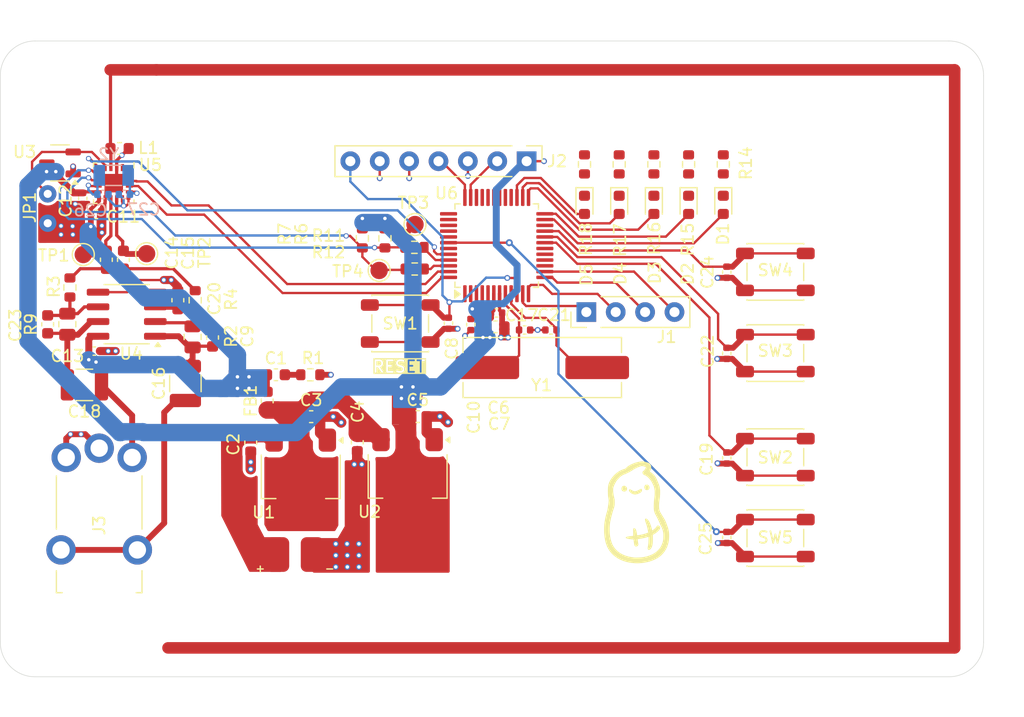
<source format=kicad_pcb>
(kicad_pcb (version 20241229) (generator "pcbnew") (generator_version "9.0")
  (layers (0 "F.Cu" signal) (4 "In1.Cu" signal) (6 "In2.Cu" signal) (2 "B.Cu" signal) (13 "F.Paste" user) (15 "B.Paste" user) (5 "F.SilkS" user "F.Silkscreen") (7 "B.SilkS" user "B.Silkscreen") (1 "F.Mask" user) (3 "B.Mask" user) (25 "Edge.Cuts" user))
  (net 0 "")
  (net 1 "Net-(AE1-A)")
  (net 2 "Net-(C1-Pad2)")
  (net 3 "+5VA")
  (net 4 "GND")
  (net 5 "+9V")
  (net 6 "+5V")
  (net 7 "+3.3V")
  (net 8 "/NRST")
  (net 9 "Net-(U4-VO1)")
  (net 10 "Net-(U6-VREF+)")
  (net 11 "Net-(U5-ROUT)")
  (net 12 "Net-(C14-Pad1)")
  (net 13 "Net-(U5-LOUT)")
  (net 14 "Net-(C15-Pad1)")
  (net 15 "Net-(J3-R)")
  (net 16 "Net-(U6-PF0)")
  (net 17 "Net-(J3-L)")
  (net 18 "Net-(U4-VO2)")
  (net 19 "Net-(U4-BYPASS)")
  (net 20 "Net-(U6-PF1)")
  (net 21 "Net-(U5-RCLK)")
  (net 22 "Net-(U5-GPO3)")
  (net 23 "Net-(D1-K)")
  (net 24 "Net-(D1-A)")
  (net 25 "Net-(D2-K)")
  (net 26 "Net-(D2-A)")
  (net 27 "Net-(D3-A)")
  (net 28 "Net-(D3-K)")
  (net 29 "Net-(D4-K)")
  (net 30 "Net-(D4-A)")
  (net 31 "Net-(D5-A)")
  (net 32 "Net-(D5-K)")
  (net 33 "Net-(J1-Pin_4)")
  (net 34 "Net-(J1-Pin_2)")
  (net 35 "Net-(J1-Pin_3)")
  (net 36 "Net-(J1-Pin_1)")
  (net 37 "Net-(J2-Pin_4)")
  (net 38 "Net-(J2-Pin_2)")
  (net 39 "Net-(JP1-A)")
  (net 40 "Net-(U4-IN1-)")
  (net 41 "Net-(U4-IN2-)")
  (net 42 "Net-(U6-PB0)")
  (net 43 "/SCL")
  (net 44 "/SDA")
  (net 45 "Net-(U6-PB1)")
  (net 46 "Net-(U6-PB2)")
  (net 47 "Net-(U6-PB6)")
  (net 48 "Net-(U6-PB7)")
  (net 49 "Net-(U6-PB3)")
  (net 50 "/ADDR_SEL")
  (net 51 "/GPO1")
  (net 54 "/GPO2")
  (footprint "Resistor_SMD:R_0603_1608Metric" (layer "F.Cu") (at 71.825 57.725)
    (property "Reference" "R12")
    (property "Value" "2k")
  )
  (footprint "Resistor_SMD:R_0603_1608Metric" (layer "F.Cu") (at 42.02 59.325 90)
    (property "Reference" "R3")
    (property "Value" "20k")
  )
  (footprint "Capacitor_SMD:C_0402_1005Metric" (layer "F.Cu") (at 98.8 80.95 -90)
    (property "Reference" "C25")
    (property "Value" "0.1uF")
  )
  (footprint "_Project_Library:PinHeader_1x07_P2.54mm_Vertical_Tight" (layer "F.Cu") (at 73.88 48.4 -90)
    (property "Reference" "J2")
    (property "Value" "Conn_01x07_Pin")
  )
  (footprint "Package_SO:SOIC-8_3.9x4.9mm_P1.27mm" (layer "F.Cu") (at 46.925 61.635 180)
    (property "Reference" "U4")
    (property "Value" "TPA6111A2D")
  )
  (footprint "Capacitor_SMD:C_1210_3225Metric" (layer "F.Cu") (at 43.275 67.75 180)
    (property "Reference" "C18")
    (property "Value" "68uF")
  )
  (footprint "Capacitor_SMD:C_0402_1005Metric" (layer "F.Cu") (at 98.8 74.075 -90)
    (property "Reference" "C19")
    (property "Value" "0.1uF")
  )
  (footprint "Package_TO_SOT_SMD:SOT-23-3" (layer "F.Cu") (at 41.1625 48.55 180)
    (property "Reference" "U3")
    (property "Value" "MAX809STRG")
  )
  (footprint "Resistor_SMD:R_0603_1608Metric" (layer "F.Cu") (at 95.5 48.675 -90)
    (property "Reference" "R15")
    (property "Value" "470R")
  )
  (footprint "MountingHole:MountingHole_3.2mm_M3_ISO7380" (layer "F.Cu") (at 53 50)
    (property "Reference" "H1" (hide yes))
    (property "Value" "MountingHole")
  )
  (footprint "_Project_Library:ExposedPad_2Conn_2x3mm_P3mm" (layer "F.Cu") (at 61.475 82.425)
    (property "Reference" "J4" (hide yes))
    (property "Value" "ExposedPad2")
  )
  (footprint "_Project_Library:Crystal_SMD_2Pin_11.7x5mm" (layer "F.Cu") (at 82.85 66.25 180)
    (property "Reference" "Y1")
    (property "Value" "8MHz")
  )
  (footprint "Capacitor_SMD:C_0402_1005Metric" (layer "F.Cu") (at 83.6 63)
    (property "Reference" "C21")
    (property "Value" "22pF")
  )
  (footprint "Resistor_SMD:R_0603_1608Metric" (layer "F.Cu") (at 52.85 60.425 90)
    (property "Reference" "R4")
    (property "Value" "20k")
  )
  (footprint "Button_Switch_SMD:SW_SPST_PTS647_Sx38" (layer "F.Cu") (at 103 81)
    (property "Reference" "SW5")
    (property "Value" "SW_Push")
  )
  (footprint "_Project_Library:PinHeader_1x04_P2.54mm_Vertical_Tight" (layer "F.Cu") (at 90.47 61.45 90)
    (property "Reference" "J1")
    (property "Value" "Conn_01x04_Pin")
  )
  (footprint "Diode_SMD:D_0603_1608Metric" (layer "F.Cu") (at 98.5 52.175 -90)
    (property "Reference" "D1")
    (property "Value" "LED")
  )
  (footprint "Resistor_SMD:R_0805_2012Metric" (layer "F.Cu") (at 52.625 63.6 90)
    (property "Reference" "R2")
    (property "Value" "200k")
  )
  (footprint "Button_Switch_SMD:SW_SPST_PTS647_Sx38" (layer "F.Cu") (at 70.569811 62.439731 180)
    (property "Reference" "SW1")
    (property "Value" "SW_Push")
  )
  (footprint "Resistor_SMD:R_0603_1608Metric" (layer "F.Cu") (at 67.3 55.075 90)
    (property "Reference" "R7")
    (property "Value" "4.7k")
  )
  (footprint "Resistor_SMD:R_0805_2012Metric" (layer "F.Cu") (at 41.795 62.5 90)
    (property "Reference" "R9")
    (property "Value" "200k")
  )
  (footprint "_Project_Library:Skyworks_Si470405-D60_QFN-20_1EP_3x3_P0.5mm" (layer "F.Cu") (at 45.81 50.3 -90)
    (property "Reference" "U5")
    (property "Value" "Si4704-D60-GM")
  )
  (footprint "Resistor_SMD:R_0603_1608Metric" (layer "F.Cu") (at 92.5 48.675 -90)
    (property "Reference" "R16")
    (property "Value" "470R")
  )
  (footprint "Diode_SMD:D_0603_1608Metric" (layer "F.Cu") (at 95.5 52.175 -90)
    (property "Reference" "D2")
    (property "Value" "LED")
  )
  (footprint "Capacitor_SMD:C_1210_3225Metric" (layer "F.Cu") (at 52 67.625 90)
    (property "Reference" "C16")
    (property "Value" "68uF")
  )
  (footprint "_Project_Library:Peanut" (layer "F.Cu") (at 91.05 78.775)
    (property "Reference" "G***" (hide yes))
    (property "Value" "LOGO" (hide yes))
  )
  (footprint "Resistor_SMD:R_0603_1608Metric" (layer "F.Cu") (at 98.5 48.675 -90)
    (property "Reference" "R14")
    (property "Value" "470R")
  )
  (footprint "Diode_SMD:D_0603_1608Metric" (layer "F.Cu") (at 89.5 52.175 -90)
    (property "Reference" "D4")
    (property "Value" "LED")
  )
  (footprint "Capacitor_SMD:C_0402_1005Metric" (layer "F.Cu") (at 76.675 62.53 -90)
    (property "Reference" "C10")
    (property "Value" "0.1uF")
  )
  (footprint "Inductor_SMD:L_0603_1608Metric" (layer "F.Cu") (at 59.075 69.1375 90)
    (property "Reference" "FB1")
    (property "Value" "600R @ 100MHz, 1A")
  )
  (footprint "Capacitor_SMD:C_0603_1608Metric" (layer "F.Cu") (at 66.861633 72.715145 -90)
    (property "Reference" "C4")
    (property "Value" "1uF")
  )
  (footprint "Package_TO_SOT_SMD:SOT-223-3_TabPin2" (layer "F.Cu") (at 71.211633 75.640145 -90)
    (property "Reference" "U2")
    (property "Value" "LDL1117S33R")
  )
  (footprint "Capacitor_SMD:C_0603_1608Metric" (layer "F.Cu") (at 78.8 62.725)
    (property "Reference" "C7")
    (property "Value" "4.7uF")
  )
  (footprint "Capacitor_SMD:C_0603_1608Metric" (layer "F.Cu") (at 46.644782 56.926129 90)
    (property "Reference" "C15")
    (property "Value" "0.39uF")
  )
  (footprint "Capacitor_SMD:C_0603_1608Metric" (layer "F.Cu") (at 40.095 62.5125 90)
    (property "Reference" "C23")
    (property "Value" "5pF")
  )
  (footprint "_Project_Library:EmbeddedAntenna_Si47xx" (layer "F.Cu") (at 45.5 40.5)
    (property "Reference" "AE1" (hide yes))
    (property "Value" "Antenna")
  )
  (footprint "Capacitor_SMD:C_0402_1005Metric" (layer "F.Cu") (at 98.8 65.02 -90)
    (property "Reference" "C22")
    (property "Value" "0.1uF")
  )
  (footprint "Button_Switch_SMD:SW_SPST_PTS647_Sx38" (layer "F.Cu") (at 103 74)
    (property "Reference" "SW2")
    (property "Value" "SW_Push")
  )
  (footprint "Capacitor_SMD:C_0603_1608Metric" (layer "F.Cu") (at 57.65 72.75 -90)
    (property "Reference" "C2")
    (property "Value" "1uF")
  )
  (footprint "Inductor_SMD:L_0603_1608Metric" (layer "F.Cu") (at 46.3125 47.3)
    (property "Reference" "L1")
    (property "Value" "120nH")
  )
  (footprint "Resistor_SMD:R_0603_1608Metric" (layer "F.Cu") (at 86.5 48.675 -90)
    (property "Reference" "R18")
    (property "Value" "470R")
  )
  (footprint "Capacitor_SMD:C_0603_1608Metric" (layer "F.Cu") (at 54.35 63.65 90)
    (property "Reference" "C9")
    (property "Value" "5pF")
  )
  (footprint "Capacitor_SMD:C_0402_1005Metric" (layer "F.Cu") (at 74.744811 62.414731 -90)
    (property "Reference" "C8")
    (property "Value" "0.1uF")
  )
  (footprint "Button_Switch_SMD:SW_SPST_PTS647_Sx38" (layer "F.Cu") (at 103 57.975)
    (property "Reference" "SW4")
    (property "Value" "SW_Push")
  )
  (footprint "Capacitor_SMD:C_0402_1005Metric" (layer "F.Cu") (at 78.9 61.525)
    (property "Reference" "C6")
    (property "Value" "0.1uF")
  )
  (footprint "Capacitor_SMD:C_0402_1005Metric" (layer "F.Cu") (at 98.8 58.005 -90)
    (property "Reference" "C24")
    (property "Value" "0.1uF")
  )
  (footprint "MountingHole:MountingHole_3.2mm_M3_ISO7380" (layer "F.Cu") (at 111 50)
    (property "Reference" "H3" (hide yes))
    (property "Value" "MountingHole")
  )
  (footprint "TestPoint:TestPoint_Pad_D1.5mm" (layer "F.Cu") (at 68.75 57.85)
    (property "Reference" "TP4")
    (property "Value" "TestPoint")
  )
  (footprint "Diode_SMD:D_0603_1608Metric" (layer "F.Cu") (at 86.5 52.175 -90)
    (property "Reference" "D5")
    (property "Value" "LED")
  )
  (footprint "Button_Switch_SMD:SW_SPST_PTS647_Sx38" (layer "F.Cu") (at 103 65)
    (property "Reference" "SW3")
    (property "Value" "SW_Push")
  )
  (footprint "MountingHole:MountingHole_3.2mm_M3_ISO7380" (layer "F.Cu") (at 53 81)
    (property "Reference" "H2" (hide yes))
    (property "Value" "MountingHole")
  )
  (footprint "Diode_SMD:D_0603_1608Metric" (layer "F.Cu") (at 92.5 52.175 -90)
    (property "Reference" "D3")
    (property "Value" "LED")
  )
  (footprint "_Project_Library:AudioJackConnector_4Conductor_3.5xL14mm_THT" (layer "F.Cu") (at 44.55 85.525 90)
    (property "Reference" "J3")
    (property "Value" "54-00174")
  )
  (footprint "Resistor_SMD:R_0603_1608Metric" (layer "F.Cu") (at 69.25 55.075 90)
    (property "Reference" "R6")
    (property "Value" "4.7k")
  )
  (footprint "MountingHole:MountingHole_3.2mm_M3_ISO7380" (layer "F.Cu") (at 111 81)
    (property "Reference" "H4" (hide yes))
    (property "Value" "MountingHole")
  )
  (footprint "Capacitor_SMD:C_0402_1005Metric" (layer "F.Cu") (at 81.325 63 180)
    (property "Reference" "C17")
    (property "Value" "22pF")
  )
  (footprint "TestPoint:TestPoint_Pad_D1.5mm" (layer "F.Cu") (at 43.175 56.475)
    (property "Reference" "TP1")
    (property "Value" "TestPoint")
  )
  (footprint "Capacitor_SMD:C_0603_1608Metric" (layer "F.Cu") (at 72.086633 70.490145)
    (property "Reference" "C5")
    (property "Value" "4.7uF")
  )
  (footprint "Capacitor_SMD:C_0603_1608Metric" (layer "F.Cu") (at 62.875 70.5)
    (property "Reference" "C3")
    (property "Value" "4.7uF")
  )
  (footprint "TestPoint:TestPoint_Pad_D1.5mm" (layer "F.Cu") (at 48.65 56.4)
    (property "Reference" "TP2")
    (property "Value" "TestPoint")
  )
  (footprint "Capacitor_SMD:C_0402_1005Metric" (layer "F.Cu") (at 43.13 51.62 -90)
    (property "Reference" "C12")
    (property "Value" "0.1uF")
  )
  (footprint "TestPoint:TestPoint_Pad_D1.5mm" (layer "F.Cu") (at 71.85 53.875)
    (property "Reference" "TP3")
    (property "Value" "TestPoint")
  )
  (footprint "Capacitor_SMD:C_0402_1005Metric" (layer "F.Cu") (at 44.13 64.825)
    (property "Reference" "C13")
    (property "Value" "0.1uF")
  )
  (footprint "Package_TO_SOT_SMD:SOT-223-3_TabPin2" (layer "F.Cu") (at 61.975 75.675 -90)
    (property "Reference" "U1")
    (property "Value" "LDL1117S50R")
  )
  (footprint "Capacitor_SMD:C_0402_1005Metric" (layer "F.Cu") (at 44.305 53 180)
    (property "Reference" "C11")
    (property "Value" "22nF")
  )
  (footprint "Resistor_SMD:R_0603_1608Metric" (layer "F.Cu") (at 62.8 66.875 180)
    (property "Reference" "R1")
    (property "Value" "2R")
  )
  (footprint "Resistor_SMD:R_0603_1608Metric" (layer "F.Cu") (at 71.8 55.85)
    (property "Reference" "R11")
    (property "Value" "2k")
  )
  (footprint "_Project_Library:ViaJumper_Pitch2.54mm_Drill0.7mm" (layer "F.Cu") (at 40.1 52.495 -90)
    (property "Reference" "JP1")
    (property "Value" "Jumper_2_Open")
  )
  (footprint "Capacitor_SMD:C_0603_1608Metric" (layer "F.Cu") (at 51.35 60.425 90)
    (property "Reference" "C20")
    (property "Value" "1uF")
  )
  (footprint "Resistor_SMD:R_0603_1608Metric" (layer "F.Cu") (at 89.5 48.675 -90)
    (property "Reference" "R17")
    (property "Value" "470R")
  )
  (footprint "Package_QFP:LQFP-48_7x7mm_P0.5mm" (layer "F.Cu") (at 78.9125 55.7 90)
    (property "Reference" "U6")
    (property "Value" "STM32G030C8Tx")
  )
  (footprint "Capacitor_SMD:C_0603_1608Metric" (layer "F.Cu") (at 45.169782 56.926129 90)
    (property "Reference" "C14")
    (property "Value" "0.39uF")
  )
  (footprint "Capacitor_SMD:C_0603_1608Metric" (layer "F.Cu") (at 59.825 66.875)
    (property "Reference" "C1")
    (property "Value" "1uF")
  )
  (footprint "Crystal:Crystal_SMD_3215-2Pin_3.2x1.5mm" (layer "B.Cu") (at 45.805 49.625)
    (property "Reference" "Y2")
    (property "Value" "32.768kHz")
  )
  (footprint "Capacitor_SMD:C_0402_1005Metric" (layer "B.Cu") (at 46.725 51.275)
    (property "Reference" "C27")
    (property "Value" "7.5pF")
  )
  (footprint "Capacitor_SMD:C_0402_1005Metric" (layer "B.Cu") (at 44.875 51.275 180)
    (property "Reference" "C26")
    (property "Value" "7.5pF")
  )
  (gr_line (start 118 38) (end 39 38) (stroke (width 0.05)) (layer "Edge.Cuts"))
  (gr_arc (start 118 38) (mid 120.12132 38.87868) (end 121 41) (stroke (width 0.05)) (layer "Edge.Cuts"))
  (gr_arc (start 39 93) (mid 36.87868 92.12132) (end 36 90) (stroke (width 0.05)) (layer "Edge.Cuts"))
  (gr_arc (start 36 41) (mid 36.87868 38.87868) (end 39 38) (stroke (width 0.05)) (layer "Edge.Cuts"))
  (gr_arc (start 121 90) (mid 120.12132 92.12132) (end 118 93) (stroke (width 0.05)) (layer "Edge.Cuts"))
  (gr_line (start 36 41) (end 36 90) (stroke (width 0.05)) (layer "Edge.Cuts"))
  (gr_line (start 39 93) (end 118 93) (stroke (width 0.05)) (layer "Edge.Cuts"))
  (gr_line (start 121 90) (end 121 41) (stroke (width 0.05)) (layer "Edge.Cuts"))
  (gr_text "RESET" (at 68.1 66.75 0) (layer "F.SilkS" knockout) (effects (font (size 1 1)) (justify left bottom)))
  (segment (start 45.525 47.3) (end 45.56 47.335) (width 0.28) (layer "F.Cu") (net 1))
  (segment (start 45.525 47.3) (end 45.525 40.725) (width 0.28) (layer "F.Cu") (net 1))
  (segment (start 45.525 40.725) (end 45.75 40.5) (width 0.28) (layer "F.Cu") (net 1))
  (segment (start 45.75 40.5) (end 47.5 40.5) (width 0.28) (layer "F.Cu") (net 1))
  (segment (start 45.56 47.335) (end 45.56 48.95) (width 0.28) (layer "F.Cu") (net 1))
  (segment (start 60.6 66.875) (end 61.975 66.875) (width 0.5) (layer "F.Cu") (net 2))
  (segment (start 59.05 68.325) (end 59.05 66.875) (width 0.5) (layer "F.Cu") (net 3))
  (segment (start 43.825 52.55) (end 44.54 51.835) (width 0.34) (layer "F.Cu") (net 3))
  (segment (start 43.9 63.54) (end 44.45 63.54) (width 0.6) (layer "F.Cu") (net 3))
  (segment (start 43.65 63.79) (end 43.9 63.54) (width 0.6) (layer "F.Cu") (net 3))
  (segment (start 44.54 51.835) (end 44.54 51.57) (width 0.34) (layer "F.Cu") (net 3))
  (segment (start 59.075 68.35) (end 59.05 68.325) (width 0.5) (layer "F.Cu") (net 3))
  (segment (start 43.825 53) (end 43.825 52.55) (width 0.34) (layer "F.Cu") (net 3))
  (segment (start 43.825 54.05) (end 43.825 53) (width 0.5) (layer "F.Cu") (net 3))
  (segment (start 43.65 65.575) (end 43.65 63.79) (width 0.6) (layer "F.Cu") (net 3))
  (via (at 44.275 65.775) (size 0.5) (drill 0.3) (layers "F.Cu" "B.Cu") (net 3))
  (via (at 43.825 54.05) (size 0.5) (drill 0.3) (layers "F.Cu" "B.Cu") (net 3))
  (via (at 56.5 68.05) (size 0.5) (drill 0.3) (layers "F.Cu" "B.Cu") (net 3))
  (via (at 43.65 65.575) (size 0.5) (drill 0.3) (layers "F.Cu" "B.Cu") (net 3))
  (via (at 57.5 67.05) (size 0.5) (drill 0.3) (layers "F.Cu" "B.Cu") (net 3))
  (via (at 57.5 68.05) (size 0.5) (drill 0.3) (layers "F.Cu" "B.Cu") (net 3))
  (via (at 56.5 67.05) (size 0.5) (drill 0.3) (layers "F.Cu" "B.Cu") (net 3))
  (segment (start 55.025 68.05) (end 53.425 68.05) (width 1.5) (layer "B.Cu") (net 3))
  (segment (start 56.5 68.05) (end 56.5 67.05) (width 1.5) (layer "B.Cu") (net 3))
  (segment (start 44.076 66.001) (end 43.65 65.575) (width 1.5) (layer "B.Cu") (net 3))
  (segment (start 55.5 68.05) (end 56.5 67.05) (width 1.5) (layer "B.Cu") (net 3))
  (segment (start 56.5 67.05) (end 56.5 65.15) (width 1.5) (layer "B.Cu") (net 3))
  (segment (start 51.575 60.225) (end 48.575 60.225) (width 1.5) (layer "B.Cu") (net 3))
  (segment (start 51.376 66.001) (end 44.076 66.001) (width 1.5) (layer "B.Cu") (net 3))
  (segment (start 56.5 65.15) (end 51.575 60.225) (width 1.5) (layer "B.Cu") (net 3))
  (segment (start 48.575 60.225) (end 43.609 55.259) (width 1.5) (layer "B.Cu") (net 3))
  (segment (start 53.425 68.05) (end 51.376 66.001) (width 1.5) (layer "B.Cu") (net 3))
  (segment (start 56.5 68.05) (end 55.025 68.05) (width 1.5) (layer "B.Cu") (net 3))
  (segment (start 55.025 68.05) (end 55.5 68.05) (width 1.5) (layer "B.Cu") (net 3))
  (segment (start 43.609 55.259) (end 43.609 54.4526) (width 1.5) (layer "B.Cu") (net 3))
  (segment (start 74.685633 70.966947) (end 74.685633 70.975) (width 0.9) (layer "F.Cu") (net 4))
  (segment (start 46.06 48.95) (end 46.06 50.05) (width 0.28) (layer "F.Cu") (net 4))
  (segment (start 42.29 48.85) (end 42.3 48.86) (width 0.5) (layer "F.Cu") (net 4))
  (segment (start 99.255 81.43) (end 100.05 82.225) (width 0.5) (layer "F.Cu") (net 4))
  (segment (start 79.275 63.65) (end 79.9 63.65) (width 0.5) (layer "F.Cu") (net 4))
  (segment (start 68.8 49.875) (end 68.8 48.4) (width 0.2032) (layer "F.Cu") (net 4))
  (segment (start 79.38 61.525) (end 79.1585 61.3035) (width 0.295) (layer "F.Cu") (net 4))
  (segment (start 100.05 66.2625) (end 100.05 66.6) (width 0.5) (layer "F.Cu") (net 4))
  (segment (start 98.015 58.485) (end 98.8 58.485) (width 0.5) (layer "F.Cu") (net 4))
  (segment (start 73.210269 64.039731) (end 74.355269 62.894731) (width 0.5) (layer "F.Cu") (net 4))
  (segment (start 45.1 51.14) (end 45.81 50.43) (width 0.2) (layer "F.Cu") (net 4))
  (segment (start 46.06 50.05) (end 45.81 50.3) (width 0.28) (layer "F.Cu") (net 4))
  (segment (start 71.35 48.41) (end 71.34 48.4) (width 0.2032) (layer "F.Cu") (net 4))
  (segment (start 64.575 66.875) (end 63.625 66.875) (width 0.5) (layer "F.Cu") (net 4))
  (segment (start 79.38 62.53) (end 79.38 61.525) (width 0.5) (layer "F.Cu") (net 4))
  (segment (start 44.785 54.575) (end 44.785 53) (width 0.5) (layer "F.Cu") (net 4))
  (segment (start 43.13 52.1) (end 42.475 52.1) (width 0.5) (layer "F.Cu") (net 4))
  (segment (start 57.65 74.425) (end 57.65 75.05) (width 0.9) (layer "F.Cu") (net 4))
  (segment (start 42.07 72.02) (end 43.345 72.02) (width 0.508) (layer "F.Cu") (net 4))
  (segment (start 79.275 63.625) (end 79.375 63.525) (width 0.5) (layer "F.Cu") (net 4))
  (segment (start 74 70.475) (end 73.984855 70.490145) (width 0.9) (layer "F.Cu") (net 4))
  (segment (start 98.8 74.555) (end 99.28 74.555) (width 0.5) (layer "F.Cu") (net 4))
  (segment (start 100.05 82.6) (end 100.375 82.6) (width 0.2032) (layer "F.Cu") (net 4))
  (segment (start 82.45 63) (end 83.12 63) (width 0.2032) (layer "F.Cu") (net 4))
  (segment (start 74.355269 62.894731) (end 74.744811 62.894731) (width 0.5) (layer "F.Cu") (net 4))
  (segment (start 45.06 51.65) (end 45.1 51.61) (width 0.2) (layer "F.Cu") (net 4))
  (segment (start 100.375 59.575) (end 105.625 59.575) (width 0.2032) (layer "F.Cu") (net 4))
  (segment (start 97.975 65.5) (end 98.8 65.5) (width 0.5) (layer "F.Cu") (net 4))
  (segment (start 46.06 48.34) (end 47.1 47.3) (width 0.28) (layer "F.Cu") (net 4))
  (segment (start 46.97 59.73) (end 48.02 58.68) (width 0.2032) (layer "F.Cu") (net 4))
  (segment (start 41.25 54) (end 41.015 53.765) (width 0.2032) (layer "F.Cu") (net 4))
  (segment (start 79.825 63.65) (end 79.775 63.6) (width 0.5) (layer "F.Cu") (net 4))
  (segment (start 79.1585 61.3035) (end 79.1585 60.704998) (width 0.295) (layer "F.Cu") (net 4))
  (segment (start 74 70.475) (end 74.193686 70.475) (width 0.9) (layer "F.Cu") (net 4))
  (segment (start 66.861633 74.236633) (end 66.861633 73.490145) (width 0.9) (layer "F.Cu") (net 4))
  (segment (start 98.8 58.485) (end 99.285 58.485) (width 0.5) (layer "F.Cu") (net 4))
  (segment (start 98.03 74.555) (end 98.8 74.555) (width 0.5) (layer "F.Cu") (net 4))
  (segment (start 82.45 63) (end 81.805 63) (width 0.2032) (layer "F.Cu") (net 4))
  (segment (start 79.375 63.525) (end 79.375 62.95) (width 0.5) (layer "F.Cu") (net 4))
  (segment (start 79.775 63.6) (end 79.775 62.925) (width 0.5) (layer "F.Cu") (net 4))
  (segment (start 45.016538 52.0807) (end 45.016539 52.0807) (width 0.2794) (layer "F.Cu") (net 4))
  (segment (start 100.025 75.3) (end 100.025 75.6) (width 0.5) (layer "F.Cu") (net 4))
  (segment (start 45.1 51.61) (end 45.1 51.14) (width 0.2) (layer "F.Cu") (net 4))
  (segment (start 76.175 63.51) (end 76.675 63.01) (width 0.2032) (layer "F.Cu") (net 4))
  (segment (start 45.016539 52.0807) (end 44.775 52.322238) (width 0.2794) (layer "F.Cu") (net 4))
  (segment (start 73.194811 64.039731) (end 73.210269 64.039731) (width 0.5) (layer "F.Cu") (net 4))
  (segment (start 45.06 52.03724) (end 45.01654 52.0807) (width 0.2794) (layer "F.Cu") (net 4))
  (segment (start 67.25 74.625) (end 66.6 74.625) (width 0.9) (layer "F.Cu") (net 4))
  (segment (start 79.161 59.864) (end 79.1625 59.8625) (width 0.295) (layer "F.Cu") (net 4))
  (segment (start 41.015 53.765) (end 40.1 53.765) (width 0.2032) (layer "F.Cu") (net 4))
  (segment (start 41.7 72.39) (end 41.7 74.025) (width 0.508) (layer "F.Cu") (net 4))
  (segment (start 48.02 58.68) (end 50.125 58.68) (width 0.2032) (layer "F.Cu") (net 4))
  (segment (start 44.775 52.322238) (end 44.775 52.99) (width 0.2794) (layer "F.Cu") (net 4))
  (segment (start 44.775 52.99) (end 44.785 53) (width 0.2794) (layer "F.Cu") (net 4))
  (segment (start 51.35 59.65) (end 51.35 59.25) (width 0.7) (layer "F.Cu") (net 4))
  (segment (start 99.285 58.485) (end 100.025 59.225) (width 0.5) (layer "F.Cu") (net 4))
  (segment (start 46.88 52.27) (end 47.08 52.07) (width 0.2032) (layer "F.Cu") (net 4))
  (segment (start 46.06 48.95) (end 46.06 48.34) (width 0.28) (layer "F.Cu") (net 4))
  (segment (start 100.05 66.6) (end 100.375 66.6) (width 0.2032) (layer "F.Cu") (net 4))
  (segment (start 45.06 51.65) (end 45.06 52.03724) (width 0.2794) (layer "F.Cu") (net 4))
  (segment (start 79.375 62.95) (end 79.575 62.75) (width 0.5) (layer "F.Cu") (net 4))
  (segment (start 47.08 52.07) (end 47.08 51.57) (width 0.2032) (layer "F.Cu") (net 4))
  (segment (start 67.944811 64.039731) (end 73.194811 64.039731) (width 0.2032) (layer "F.Cu") (net 4))
  (segment (start 76.425 49.675) (end 76.425 48.405) (width 0.2032) (layer "F.Cu") (net 4))
  (segment (start 45.81 50.43) (end 45.81 50.3) (width 0.2) (layer "F.Cu") (net 4))
  (segment (start 98.8 81.43) (end 99.255 81.43) (width 0.5) (layer "F.Cu") (net 4))
  (segment (start 51.35 59.65) (end 51.28 59.72) (width 0.5) (layer "F.Cu") (net 4))
  (segment (start 98.8 65.5) (end 99.2875 65.5) (width 0.5) (layer "F.Cu") (net 4))
  (segment (start 100.375 66.6) (end 105.625 66.6) (width 0.2032) (layer "F.Cu") (net 4))
  (segment (start 79.275 63.65) (end 79.275 63.625) (width 0.5) (layer "F.Cu") (net 4))
  (segment (start 42.3 48.86) (end 42.3 49.5) (width 0.5) (layer "F.Cu") (net 4))
  (segment (start 46.66 52.26) (end 46.67 52.27) (width 0.2032) (layer "F.Cu") (net 4))
  (segment (start 100.025 75.6) (end 100.375 75.6) (width 0.2032) (layer "F.Cu") (net 4))
  (segment (start 98.025 81.425) (end 98.03 81.43) (width 0.5) (layer "F.Cu") (net 4))
  (segment (start 72.861633 70.490145) (end 72.861633 71.840145) (width 0.9) (layer "F.Cu") (net 4))
  (segment (start 79.575 62.725) (end 79.38 62.53) (width 0.5) (layer "F.Cu") (net 4))
  (segment (start 45.975 64.825) (end 44.61 64.825) (width 0.7) (layer "F.Cu") (net 4))
  (segment (start 46.67 52.27) (end 46.88 52.27) (width 0.2032) (layer "F.Cu") (net 4))
  (segment (start 65.460633 70.991947) (end 65.460633 71) (width 0.9) (layer "F.Cu") (net 4))
  (segment (start 79.1585 60.704998) (end 79.161 60.702498) (width 0.295) (layer "F.Cu") (net 4))
  (segment (start 98.03 81.43) (end 98.8 81.43) (width 0.5) (layer "F.Cu") (net 4))
  (segment (start 74.193686 70.475) (end 74.685633 70.966947) (width 0.9) (layer "F.Cu") (net 4))
  (segment (start 100.375 82.6) (end 105.625 82.6) (width 0.2032) (layer "F.Cu") (net 4))
  (segment (start 67.25 74.625) (end 66.861633 74.236633) (width 0.9) (layer "F.Cu") (net 4))
  (segment (start 98 58.5) (end 98.015 58.485) (width 0.5) (layer "F.Cu") (net 4))
  (segment (start 49.41 59.72) (end 49.4 59.73) (width 0.5) (layer "F.Cu") (net 4))
  (segment (start 64.775 70.5) (end 64.968686 70.5) (width 0.9) (layer "F.Cu") (net 4))
  (segment (start 45.01654 52.0807) (end 45.016538 52.0807) (width 0.2794) (layer "F.Cu") (net 4))
  (segment (start 64.775 70.5) (end 63.65 70.5) (width 0.9) (layer "F.Cu") (net 4))
  (segment (start 44.45 59.73) (end 46.97 59.73) (width 0.2032) (layer "F.Cu") (net 4))
  (segment (start 50.125 58.68) (end 50.13 58.675) (width 0.2032) (layer "F.Cu") (net 4))
  (segment (start 64.968686 70.5) (end 65.460633 70.991947) (width 0.9) (layer "F.Cu") (net 4))
  (segment (start 42.07 72.02) (end 41.7 72.39) (width 0.508) (layer "F.Cu") (net 4))
  (segment (start 46.57 52.26) (end 46.56 52.25) (width 0.2032) (layer "F.Cu") (net 4))
  (segment (start 72.861633 71.840145) (end 73.511633 72.490145) (width 0.9) (layer "F.Cu") (net 4))
  (segment (start 51.35 59.25) (end 50.775 58.675) (width 0.7) (layer "F.Cu") (net 4))
  (segment (start 79.161 60.702498) (end 79.161 59.864) (width 0.295) (layer "F.Cu") (net 4))
  (segment (start 100.375 75.6) (end 105.625 75.6) (width 0.2032) (layer "F.Cu") (net 4))
  (segment (start 72.890145 70.490145) (end 72.875 70.475) (width 0.9) (layer "F.Cu") (net 4))
  (segment (start 46.66 52.26) (end 46.57 52.26) (width 0.2032) (layer "F.Cu") (net 4))
  (segment (start 63.65 70.5) (end 63.65 71.9) (width 0.9) (layer "F.Cu") (net 4))
  (segment (start 63.65 71.9) (end 64.275 72.525) (width 0.9) (layer "F.Cu") (net 4))
  (segment (start 99.2875 65.5) (end 100.05 66.2625) (width 0.5) (layer "F.Cu") (net 4))
  (segment (start 79.775 62.925) (end 79.575 62.725) (width 0.5) (layer "F.Cu") (net 4))
  (segment (start 79.575 62.75) (end 79.575 62.725) (width 0.5) (layer "F.Cu") (net 4))
  (segment (start 66.6 74.625) (end 66.861633 74.363367) (width 0.9) (layer "F.Cu") (net 4))
  (segment (start 76.425 48.405) (end 76.42 48.4) (width 0.2032) (layer "F.Cu") (net 4))
  (segment (start 71.35 49.875) (end 71.35 48.41) (width 0.2032) (layer "F.Cu") (net 4))
  (segment (start 99.28 74.555) (end 100.025 75.3) (width 0.5) (layer "F.Cu") (net 4))
  (segment (start 50.775 58.675) (end 50.13 58.675) (width 0.7) (layer "F.Cu") (net 4))
  (segment (start 79.9 63.65) (end 79.825 63.65) (width 0.5) (layer "F.Cu") (net 4))
  (segment (start 66.861633 74.363367) (end 66.861633 73.490145) (width 0.9) (layer "F.Cu") (net 4))
  (segment (start 73.984855 70.490145) (end 72.890145 70.490145) (width 0.9) (layer "F.Cu") (net 4))
  (segment (start 98 74.525) (end 98.03 74.555) (width 0.5) (layer "F.Cu") (net 4))
  (segment (start 100.05 82.225) (end 100.05 82.6) (width 0.5) (layer "F.Cu") (net 4))
  (segment (start 100.025 59.575) (end 100.375 59.575) (width 0.2032) (layer "F.Cu") (net 4))
  (segment (start 75.530269 62.894731) (end 74.744811 62.894731) (width 0.5) (layer "F.Cu") (net 4))
  (segment (start 57.65 73.525) (end 57.65 74.425) (width 0.9) (layer "F.Cu") (net 4))
  (segment (start 46.56 52.25) (end 46.56 51.65) (width 0.2032) (layer "F.Cu") (net 4))
  (segment (start 100.025 59.225) (end 100.025 59.575) (width 0.5) (layer "F.Cu") (net 4))
  (segment (start 51.28 59.72) (end 49.41 59.72) (width 0.5) (layer "F.Cu") (net 4))
  (segment (start 43.345 72.02) (end 44.55 73.225) (width 0.508) (layer "F.Cu") (net 4))
  (via (at 64.775 70.5) (size 0.5) (drill 0.3) (layers "F.Cu" "B.Cu") (net 4))
  (via (at 79.9 63.65) (size 0.5) (drill 0.3) (layers "F.Cu" "B.Cu") (net 4))
  (via (at 45.975 64.825) (size 0.45) (drill 0.3) (layers "F.Cu" "B.Cu") (net 4))
  (via (at 46.66 52.26) (size 0.45) (drill 0.3) (layers "F.Cu" "B.Cu") (net 4))
  (via (at 98 74.525) (size 0.5) (drill 0.3) (layers "F.Cu" "B.Cu") (net 4))
  (via (at 42.07 72.02) (size 0.45) (drill 0.3) (layers "F.Cu" "B.Cu") (net 4))
  (via (at 65 81.5) (size 0.5) (drill 0.3) (layers "F.Cu" "B.Cu") (net 4))
  (via (at 74.7 70.975) (size 0.5) (drill 0.3) (layers "F.Cu" "B.Cu") (net 4))
  (via (at 74 70.475) (size 0.5) (drill 0.3) (layers "F.Cu" "B.Cu") (net 4))
  (via (at 42.29 48.85) (size 0.45) (drill 0.3) (layers "F.Cu" "B.Cu") (net 4))
  (via (at 42.275 54.75) (size 0.45) (drill 0.3) (layers "F.Cu" "B.Cu") (net 4))
  (via (at 71.35 49.875) (size 0.5) (drill 0.3) (layers "F.Cu" "B.Cu") (net 4))
  (via (at 65.475 71) (size 0.5) (drill 0.3) (layers "F.Cu" "B.Cu") (net 4))
  (via (at 76.425 49.675) (size 0.5) (drill 0.3) (layers "F.Cu" "B.Cu") (net 4))
  (via (at 50.13 58.675) (size 0.45) (drill 0.3) (layers "F.Cu" "B.Cu") (net 4))
  (via (at 65.975 81.5) (size 0.5) (drill 0.3) (layers "F.Cu" "B.Cu") (net 4))
  (via (at 42.98 72.02) (size 0.45) (drill 0.3) (layers "F.Cu" "B.Cu") (net 4))
  (via (at 66 82.5) (size 0.5) (drill 0.3) (layers "F.Cu" "B.Cu") (net 4))
  (via (at 44.785 53.975) (size 0.45) (drill 0.3) (layers "F.Cu" "B.Cu") (net 4))
  (via (at 67 82.5) (size 0.5) (drill 0.3) (layers "F.Cu" "B.Cu") (net 4))
  (via (at 41.25 54) (size 0.45) (drill 0.3) (layers "F.Cu" "B.Cu") (net 4))
  (via (at 64.575 66.875) (size 0.5) (drill 0.3) (layers "F.Cu" "B.Cu") (net 4))
  (via (at 98 58.5) (size 0.5) (drill 0.3) (layers "F.Cu" "B.Cu") (net 4))
  (via (at 76.175 63.51) (size 0.5) (drill 0.3) (layers "F.Cu" "B.Cu") (net 4))
  (via (at 79.275 63.65) (size 0.5) (drill 0.3) (layers "F.Cu" "B.Cu") (net 4))
  (via (at 41.25 54.75) (size 0.45) (drill 0.3) (layers "F.Cu" "B.Cu") (net 4))
  (via (at 75.530269 62.894731) (size 0.5) (drill 0.3) (layers "F.Cu" "B.Cu") (net 4))
  (via (at 98.025 81.425) (size 0.5) (drill 0.3) (layers "F.Cu" "B.Cu") (net 4))
  (via (at 68.8 49.875) (size 0.5) (drill 0.3) (layers "F.Cu" "B.Cu") (net 4))
  (via (at 42.475 52.1) (size 0.45) (drill 0.3) (layers "F.Cu" "B.Cu") (net 4))
  (via (at 67.25 74.625) (size 0.5) (drill 0.3) (layers "F.Cu" "B.Cu") (net 4))
  (via (at 45.33 64.825) (size 0.45) (drill 0.3) (layers "F.Cu" "B.Cu") (net 4))
  (via (at 66.6 74.625) (size 0.5) (drill 0.3) (layers "F.Cu" "B.Cu") (net 4))
  (via (at 50.775 58.675) (size 0.45) (drill 0.3) (layers "F.Cu" "B.Cu") (net 4))
  (via (at 67 81.5) (size 0.5) (drill 0.3) (layers "F.Cu" "B.Cu") (net 4))
  (via (at 65 83.5) (size 0.5) (drill 0.3) (layers "F.Cu" "B.Cu") (net 4))
  (via (at 82.45 63) (size 0.5) (drill 0.3) (layers "F.Cu" "B.Cu") (net 4))
  (via (at 66 83.5) (size 0.5) (drill 0.3) (layers "F.Cu" "B.Cu") (net 4))
  (via (at 57.65 75.05) (size 0.5) (drill 0.3) (layers "F.Cu" "B.Cu") (net 4))
  (via (at 46.5125 47.8875) (size 0.45) (drill 0.3) (layers "F.Cu" "B.Cu") (net 4))
  (via (at 65 82.5) (size 0.5) (drill 0.3) (layers "F.Cu" "B.Cu") (net 4))
  (via (at 97.975 65.5) (size 0.5) (drill 0.3) (layers "F.Cu" "B.Cu") (net 4))
  (via (at 67 83.5) (size 0.5) (drill 0.3) (layers "F.Cu" "B.Cu") (net 4))
  (via (at 57.65 74.425) (size 0.5) (drill 0.3) (layers "F.Cu" "B.Cu") (net 4))
  (via (at 42.25 54.025) (size 0.45) (drill 0.3) (layers "F.Cu" "B.Cu") (net 4))
  (via (at 44.785 54.575) (size 0.45) (drill 0.3) (layers "F.Cu" "B.Cu") (net 4))
  (segment (start 45.355 51.685) (end 45.355 51.275) (width 0.2032) (layer "B.Cu") (net 4))
  (segment (start 46.66 52.26) (end 46.66 51.67) (width 0.2032) (layer "B.Cu") (net 4))
  (segment (start 46.265 51.275) (end 46.245 51.275) (width 0.2032) (layer "B.Cu") (net 4))
  (segment (start 46.66 51.67) (end 46.265 51.275) (width 0.2032) (layer "B.Cu") (net 4))
  (segment (start 45.94 52.27) (end 45.355 51.685) (width 0.2032) (layer "B.Cu") (net 4))
  (segment (start 46.65 52.27) (end 45.94 52.27) (width 0.2032) (layer "B.Cu") (net 4))
  (segment (start 46.66 52.26) (end 46.65 52.27) (width 0.2032) (layer "B.Cu") (net 4))
  (segment (start 59.125 71.975) (end 59.675 72.525) (width 1.5) (layer "F.Cu") (net 5))
  (segment (start 57.65 71.975) (end 59.125 71.975) (width 1.5) (layer "F.Cu") (net 5))
  (segment (start 62.93165 69.074) (end 65.524 69.074) (width 1.5) (layer "F.Cu") (net 6))
  (segment (start 59.95 69.925) (end 59.075 69.925) (width 1.5) (layer "F.Cu") (net 6))
  (segment (start 65.524 69.074) (end 66.861633 70.411633) (width 1.5) (layer "F.Cu") (net 6))
  (segment (start 61.975 72.525) (end 61.975 71.95) (width 1.5) (layer "F.Cu") (net 6))
  (segment (start 61.86935 69.925) (end 61.975 70.03065) (width 1.5) (layer "F.Cu") (net 6))
  (segment (start 68.911633 72.461633) (end 66.890145 70.440145) (width 1.5) (layer "F.Cu") (net 6))
  (segment (start 59.075 69.925) (end 61.86935 69.925) (width 1.5) (layer "F.Cu") (net 6))
  (segment (start 61.975 72.525) (end 61.975 70.03065) (width 1.5) (layer "F.Cu") (net 6))
  (segment (start 68.911633 72.490145) (end 68.911633 72.461633) (width 1.5) (layer "F.Cu") (net 6))
  (segment (start 66.861633 71.940145) (end 68.361633 71.940145) (width 1.5) (layer "F.Cu") (net 6))
  (segment (start 66.861633 70.411633) (end 66.861633 71.940145) (width 1.5) (layer "F.Cu") (net 6))
  (segment (start 68.361633 71.940145) (end 68.911633 72.490145) (width 1.5) (layer "F.Cu") (net 6))
  (segment (start 66.890145 70.440145) (end 66.861633 70.440145) (width 1.5) (layer "F.Cu") (net 6))
  (segment (start 61.975 70.03065) (end 62.93165 69.074) (width 1.5) (layer "F.Cu") (net 6))
  (segment (start 61.975 71.95) (end 59.95 69.925) (width 1.5) (layer "F.Cu") (net 6))
  (segment (start 69.25 53.35) (end 69.25 54.25) (width 0.2032) (layer "F.Cu") (net 7))
  (segment (start 41.1365 49.6365) (end 40.8 49.3) (width 0.6) (layer "F.Cu") (net 7))
  (segment (start 77.825 62.925) (end 78.025 62.725) (width 0.5) (layer "F.Cu") (net 7))
  (segment (start 40 48.575) (end 40.025 48.55) (width 0.5) (layer "F.Cu") (net 7))
  (segment (start 78.6625 60.8625) (end 78.6625 60.499548) (width 0.295) (layer "F.Cu") (net 7))
  (segment (start 40 49.3) (end 40 48.575) (width 0.5) (layer "F.Cu") (net 7))
  (segment (start 77.253374 61.175) (end 77.6625 60.765874) (width 0.2032) (layer "F.Cu") (net 7))
  (segment (start 77.725 63.65) (end 77.725 63.625) (width 0.5) (layer "F.Cu") (net 7))
  (segment (start 76.8 61.175) (end 77.253374 61.175) (width 0.2032) (layer "F.Cu") (net 7))
  (segment (start 77.725 63.625) (end 77.825 63.525) (width 0.5) (layer "F.Cu") (net 7))
  (segment (start 78.45 61.525) (end 78.6625 61.3125) (width 0.295) (layer "F.Cu") (net 7))
  (segment (start 40.8 49.3) (end 40 49.3) (width 0.6) (layer "F.Cu") (net 7))
  (segment (start 78.425 61.53) (end 78.42 61.525) (width 0.5) (layer "F.Cu") (net 7))
  (segment (start 78.6625 60.910448) (end 78.6625 60.8625) (width 0.295) (layer "F.Cu") (net 7))
  (segment (start 77.725 63.65) (end 78.325 63.65) (width 0.5) (layer "F.Cu") (net 7))
  (segment (start 83 48.4) (end 81.5 48.4) (width 0.2032) (layer "F.Cu") (net 7))
  (segment (start 42.35269 51.14) (end 41.1365 49.92381) (width 0.6) (layer "F.Cu") (net 7))
  (segment (start 77.6625 60.765874) (end 77.6625 59.8625) (width 0.2032) (layer "F.Cu") (net 7))
  (segment (start 78.6625 61.09805) (end 78.6625 60.910448) (width 0.295) (layer "F.Cu") (net 7))
  (segment (start 43.13 51.14) (end 42.35269 51.14) (width 0.6) (layer "F.Cu") (net 7))
  (segment (start 78.6625 61.3125) (end 78.6625 61.09805) (width 0.295) (layer "F.Cu") (net 7))
  (segment (start 78.025 62.775) (end 78.225 62.975) (width 0.5) (layer "F.Cu") (net 7))
  (segment (start 78.025 62.35) (end 78.425 61.95) (width 0.5) (layer "F.Cu") (net 7))
  (segment (start 67.3 53.35) (end 67.3 54.25) (width 0.2032) (layer "F.Cu") (net 7))
  (segment (start 78.42 61.525) (end 78.45 61.525) (width 0.295) (layer "F.Cu") (net 7))
  (segment (start 71.211633 72.490145) (end 71.211633 70.590145) (width 1.5) (layer "F.Cu") (net 7))
  (segment (start 43.22 51.05) (end 43.13 51.14) (width 0.2794) (layer "F.Cu") (net 7))
  (segment (start 44.46 51.05) (end 43.22 51.05) (width 0.2794) (layer "F.Cu") (net 7))
  (segment (start 78.6625 60.499548) (end 78.6625 59.8625) (width 0.295) (layer "F.Cu") (net 7))
  (segment (start 77.825 63.525) (end 77.825 62.925) (width 0.5) (layer "F.Cu") (net 7))
  (segment (start 78.225 62.975) (end 78.225 63.55) (width 0.5) (layer "F.Cu") (net 7))
  (segment (start 41.1365 49.92381) (end 41.1365 49.6365) (width 0.6) (layer "F.Cu") (net 7))
  (segment (start 78.025 62.725) (end 78.025 62.775) (width 0.5) (layer "F.Cu") (net 7))
  (segment (start 78.225 63.55) (end 78.325 63.65) (width 0.5) (layer "F.Cu") (net 7))
  (segment (start 78.425 61.95) (end 78.425 61.53) (width 0.5) (layer "F.Cu") (net 7))
  (segment (start 78.025 62.725) (end 78.025 62.35) (width 0.5) (layer "F.Cu") (net 7))
  (via (at 77.725 63.65) (size 0.5) (drill 0.3) (layers "F.Cu" "B.Cu") (net 7))
  (via (at 83 48.4) (size 0.5) (drill 0.3) (layers "F.Cu" "B.Cu") (net 7))
  (via (at 40 49.3) (size 0.5) (drill 0.3) (layers "F.Cu" "B.Cu") (net 7))
  (via (at 70.675 68.925) (size 0.5) (drill 0.3) (layers "F.Cu" "B.Cu") (net 7))
  (via (at 40.8 49.3) (size 0.5) (drill 0.3) (layers "F.Cu" "B.Cu") (net 7))
  (via (at 67.3 53.35) (size 0.5) (drill 0.3) (layers "F.Cu" "B.Cu") (net 7))
  (via (at 70.675 67.925) (size 0.5) (drill 0.3) (layers "F.Cu" "B.Cu") (net 7))
  (via (at 76.8 61.175) (size 0.5) (drill 0.3) (layers "F.Cu" "B.Cu") (net 7))
  (via (at 71.675 68.925) (size 0.5) (drill 0.3) (layers "F.Cu" "B.Cu") (net 7))
  (via (at 78.325 63.65) (size 0.5) (drill 0.3) (layers "F.Cu" "B.Cu") (net 7))
  (via (at 69.25 53.35) (size 0.5) (drill 0.3) (layers "F.Cu" "B.Cu") (net 7))
  (via (at 71.675 67.925) (size 0.5) (drill 0.3) (layers "F.Cu" "B.Cu") (net 7))
  (segment (start 77.25 60.725) (end 78.525 60.725) (width 0.6) (layer "B.Cu") (net 7))
  (segment (start 80.675 59.55) (end 80.675 57.4) (width 0.6) (layer "B.Cu") (net 7))
  (segment (start 70.675 67.925) (end 71.675 66.925) (width 1.5) (layer "B.Cu") (net 7))
  (segment (start 71.675 67.925) (end 65.5 67.925) (width 1.5) (layer "B.Cu") (net 7))
  (segment (start 71.675 56.025) (end 69.3526 53.7026) (width 1.5) (layer "B.Cu") (net 7))
  (segment (start 76.8 61.175) (end 77.25 60.725) (width 0.6) (layer "B.Cu") (net 7))
  (segment (start 80.675 57.4) (end 78.875 55.6) (width 0.6) (layer "B.Cu") (net 7))
  (segment (start 48.319969 71.804) (end 46.480031 71.804) (width 1.5) (layer "B.Cu") (net 7))
  (segment (start 78.525 60.725) (end 78.525 60.8974) (width 0.6) (layer "B.Cu") (net 7))
  (segment (start 61.55 71.875) (end 48.390969 71.875) (width 1.5) (layer "B.Cu") (net 7))
  (segment (start 78.875 50.85) (end 81.325 48.4) (width 0.6) (layer "B.Cu") (net 7))
  (segment (start 81.325 48.4) (end 81.5 48.4) (width 0.6) (layer "B.Cu") (net 7))
  (segment (start 78.525 60.8974) (end 77.725 61.6974) (width 0.6) (layer "B.Cu") (net 7))
  (segment (start 78.525 60.725) (end 79.5 60.725) (width 0.6) (layer "B.Cu") (net 7))
  (segment (start 38.399 50.520422) (end 39.619422 49.3) (width 1.5) (layer "B.Cu") (net 7))
  (segment (start 71.675 66.925) (end 71.675 66.825) (width 1.5) (layer "B.Cu") (net 7))
  (segment (start 38.399 63.933031) (end 38.399 50.520422) (width 1.5) (layer "B.Cu") (net 7))
  (segment (start 48.390969 71.875) (end 48.319969 71.804) (width 1.5) (layer "B.Cu") (net 7))
  (segment (start 72.75 67.925) (end 74.05 67.925) (width 1.5) (layer "B.Cu") (net 7))
  (segment (start 78.074 63.901) (end 78.074 63.65) (width 1.5) (layer "B.Cu") (net 7))
  (segment (start 74.05 67.925) (end 78.074 63.901) (width 1.5) (layer "B.Cu") (net 7))
  (segment (start 39.619422 49.3) (end 40.8 49.3) (width 1.5) (layer "B.Cu") (net 7))
  (segment (start 71.675 66.825) (end 71.675 56.025) (width 1.5) (layer "B.Cu") (net 7))
  (segment (start 46.409031 71.875) (end 46.340969 71.875) (width 1.5) (layer "B.Cu") (net 7))
  (segment (start 46.340969 71.875) (end 38.399 63.933031) (width 1.5) (layer "B.Cu") (net 7))
  (segment (start 71.675 66.825) (end 72.75 67.9) (width 1.5) (layer "B.Cu") (net 7))
  (segment (start 65.5 67.925) (end 61.55 71.875) (width 1.5) (layer "B.Cu") (net 7))
  (segment (start 77.725 61.6974) (end 77.2026 61.175) (width 1.5) (layer "B.Cu") (net 7))
  (segment (start 79.5 60.725) (end 80.675 59.55) (width 0.6) (layer "B.Cu") (net 7))
  (segment (start 72.75 67.9) (end 72.75 67.925) (width 1.5) (layer "B.Cu") (net 7))
  (segment (start 46.480031 71.804) (end 46.409031 71.875) (width 1.5) (layer "B.Cu") (net 7))
  (segment (start 71.675 67.925) (end 71.675 66.825) (width 1.5) (layer "B.Cu") (net 7))
  (segment (start 78.875 55.6) (end 78.875 50.85) (width 0.6) (layer "B.Cu") (net 7))
  (segment (start 69.3526 53.7026) (end 67.35 53.7026) (width 1.5) (layer "B.Cu") (net 7))
  (segment (start 71.675 67.925) (end 72.75 67.925) (width 1.5) (layer "B.Cu") (net 7))
  (segment (start 77.725 63.65) (end 77.725 61.6974) (width 1.5) (layer "B.Cu") (net 7))
  (segment (start 74.825 60.6) (end 74.825 61.854542) (width 0.2032) (layer "F.Cu") (net 8))
  (segment (start 80.4 58.5) (end 80.6625 58.7625) (width 0.2032) (layer "F.Cu") (net 8))
  (segment (start 74.825 61.854542) (end 74.744811 61.934731) (width 0.2032) (layer "F.Cu") (net 8))
  (segment (start 74.334731 61.934731) (end 74.744811 61.934731) (width 0.5) (layer "F.Cu") (net 8))
  (segment (start 73.194811 60.839731) (end 73.239731 60.839731) (width 0.5) (layer "F.Cu") (net 8))
  (segment (start 73.239731 60.839731) (end 74.334731 61.934731) (width 0.5) (layer "F.Cu") (net 8))
  (segment (start 80.6625 58.7625) (end 80.6625 59.8625) (width 0.2032) (layer "F.Cu") (net 8))
  (segment (start 67.944811 60.839731) (end 73.194811 60.839731) (width 0.2032) (layer "F.Cu") (net 8))
  (segment (start 79.825 58.5) (end 80.4 58.5) (width 0.2032) (layer "F.Cu") (net 8))
  (via (at 74.825 60.6) (size 0.5) (drill 0.3) (layers "F.Cu" "B.Cu") (net 8))
  (via (at 79.825 58.5) (size 0.5) (drill 0.3) (layers "F.Cu" "B.Cu") (net 8))
  (segment (start 74.825 60.6) (end 74.225 60) (width 0.2032) (layer "B.Cu") (net 8))
  (segment (start 67.775 51.675) (end 66.26 50.16) (width 0.2032) (layer "B.Cu") (net 8))
  (segment (start 79.8 58.475) (end 79.825 58.5) (width 0.2032) (layer "B.Cu") (net 8))
  (segment (start 74.225 54.95) (end 70.95 51.675) (width 0.2032) (layer "B.Cu") (net 8))
  (segment (start 66.26 50.16) (end 66.26 48.4) (width 0.2032) (layer "B.Cu") (net 8))
  (segment (start 74.9 60.525) (end 75.95 60.525) (width 0.2032) (layer "B.Cu") (net 8))
  (segment (start 74.825 60.6) (end 74.9 60.525) (width 0.2032) (layer "B.Cu") (net 8))
  (segment (start 75.95 60.525) (end 78 58.475) (width 0.2032) (layer "B.Cu") (net 8))
  (segment (start 74.225 60) (end 74.225 54.95) (width 0.2032) (layer "B.Cu") (net 8))
  (segment (start 78 58.475) (end 79.8 58.475) (width 0.2032) (layer "B.Cu") (net 8))
  (segment (start 70.95 51.675) (end 67.775 51.675) (width 0.2032) (layer "B.Cu") (net 8))
  (segment (start 49.4 63.54) (end 51.415 63.54) (width 0.508) (layer "F.Cu") (net 9))
  (segment (start 52.3875 64.5125) (end 52.625 64.5125) (width 0.508) (layer "F.Cu") (net 9))
  (segment (start 54.325 64.4) (end 52.7375 64.4) (width 0.2794) (layer "F.Cu") (net 9))
  (segment (start 52.7375 64.4) (end 52.625 64.5125) (width 0.2794) (layer "F.Cu") (net 9))
  (segment (start 54.35 64.425) (end 54.325 64.4) (width 0.2794) (layer "F.Cu") (net 9))
  (segment (start 51.415 63.54) (end 52.3875 64.5125) (width 0.508) (layer "F.Cu") (net 9))
  (segment (start 52.625 64.5125) (end 52.625 65.525) (width 0.508) (layer "F.Cu") (net 9))
  (segment (start 52.625 65.525) (end 52 66.15) (width 0.508) (layer "F.Cu") (net 9))
  (segment (start 78.1625 59.8625) (end 78.1625 60.8375) (width 0.2032) (layer "F.Cu") (net 10))
  (segment (start 78.1625 60.8375) (end 76.95 62.05) (width 0.2032) (layer "F.Cu") (net 10))
  (segment (start 76.95 62.05) (end 76.675 62.05) (width 0.2032) (layer "F.Cu") (net 10))
  (segment (start 45.12 56.101347) (end 45.169782 56.151129) (width 0.2794) (layer "F.Cu") (net 11))
  (segment (start 45.169782 56.151129) (end 44.845911 56.475) (width 0.5) (layer "F.Cu") (net 11))
  (segment (start 45.56 51.65) (end 45.56 54.85) (width 0.2794) (layer "F.Cu") (net 11))
  (segment (start 45.12 55.29) (end 45.12 56.101347) (width 0.2794) (layer "F.Cu") (net 11))
  (segment (start 45.56 54.85) (end 45.12 55.29) (width 0.2794) (layer "F.Cu") (net 11))
  (segment (start 44.845911 56.475) (end 43.175 56.475) (width 0.5) (layer "F.Cu") (net 11))
  (segment (start 42.12 58.5) (end 42.02 58.5) (width 0.2794) (layer "F.Cu") (net 12))
  (segment (start 45.169782 57.701129) (end 42.918871 57.701129) (width 0.2794) (layer "F.Cu") (net 12))
  (segment (start 42.918871 57.701129) (end 42.12 58.5) (width 0.2794) (layer "F.Cu") (net 12))
  (segment (start 46.58 55.33) (end 46.58 56.086347) (width 0.2794) (layer "F.Cu") (net 13))
  (segment (start 46.06 51.65) (end 46.06 54.81) (width 0.2794) (layer "F.Cu") (net 13))
  (segment (start 46.58 56.086347) (end 46.644782 56.151129) (width 0.2794) (layer "F.Cu") (net 13))
  (segment (start 46.06 54.81) (end 46.58 55.33) (width 0.2794) (layer "F.Cu") (net 13))
  (segment (start 46.918653 56.425) (end 48.625 56.425) (width 0.5) (layer "F.Cu") (net 13))
  (segment (start 46.644782 56.151129) (end 46.918653 56.425) (width 0.5) (layer "F.Cu") (net 13))
  (segment (start 48.625 56.425) (end 48.65 56.4) (width 0.5) (layer "F.Cu") (net 13))
  (segment (start 50.951129 57.701129) (end 52.85 59.6) (width 0.2794) (layer "F.Cu") (net 14))
  (segment (start 46.644782 57.701129) (end 50.951129 57.701129) (width 0.2794) (layer "F.Cu") (net 14))
  (segment (start 47.4 70.4) (end 47.4 74.025) (width 0.508) (layer "F.Cu") (net 15))
  (segment (start 44.75 67.75) (end 47.4 70.4) (width 0.508) (layer "F.Cu") (net 15))
  (segment (start 79.6625 60.8125) (end 80.845 61.995) (width 0.2032) (layer "F.Cu") (net 16))
  (segment (start 79.8 66.25) (end 78.1 66.25) (width 0.2032) (layer "F.Cu") (net 16))
  (segment (start 80.845 63) (end 80.845 65.205) (width 0.2032) (layer "F.Cu") (net 16))
  (segment (start 80.845 61.995) (end 80.845 63) (width 0.2032) (layer "F.Cu") (net 16))
  (segment (start 79.6625 59.8625) (end 79.6625 60.8125) (width 0.2032) (layer "F.Cu") (net 16))
  (segment (start 80.845 65.205) (end 79.8 66.25) (width 0.2032) (layer "F.Cu") (net 16))
  (segment (start 52 69.1) (end 51.2 69.1) (width 0.508) (layer "F.Cu") (net 17))
  (segment (start 50.17 79.705) (end 47.85 82.025) (width 0.508) (layer "F.Cu") (net 17))
  (segment (start 50.17 70.13) (end 50.17 79.705) (width 0.508) (layer "F.Cu") (net 17))
  (segment (start 47.85 82.025) (end 41.25 82.025) (width 0.508) (layer "F.Cu") (net 17))
  (segment (start 51.2 69.1) (end 50.17 70.13) (width 0.508) (layer "F.Cu") (net 17))
  (segment (start 41.795 63.4125) (end 42.7075 63.4125) (width 0.508) (layer "F.Cu") (net 18))
  (segment (start 41.67 63.2875) (end 41.795 63.4125) (width 0.2794) (layer "F.Cu") (net 18))
  (segment (start 43.85 62.27) (end 44.45 62.27) (width 0.508) (layer "F.Cu") (net 18))
  (segment (start 41.795 67.745) (end 41.8 67.75) (width 0.508) (layer "F.Cu") (net 18))
  (segment (start 42.7075 63.4125) (end 43.85 62.27) (width 0.508) (layer "F.Cu") (net 18))
  (segment (start 41.795 63.4125) (end 41.795 67.745) (width 0.508) (layer "F.Cu") (net 18))
  (segment (start 40.095 63.2875) (end 41.67 63.2875) (width 0.2794) (layer "F.Cu") (net 18))
  (segment (start 49.4 61) (end 51.15 61) (width 0.5) (layer "F.Cu") (net 19))
  (segment (start 51.15 61) (end 51.35 61.2) (width 0.5) (layer "F.Cu") (net 19))
  (segment (start 84.08 63) (end 84.08 64.33) (width 0.2032) (layer "F.Cu") (net 20))
  (segment (start 81.375 61.95) (end 83.1375 61.95) (width 0.2032) (layer "F.Cu") (net 20))
  (segment (start 84.08 64.33) (end 86 66.25) (width 0.2032) (layer "F.Cu") (net 20))
  (segment (start 83.1375 61.95) (end 84.08 62.8925) (width 0.2032) (layer "F.Cu") (net 20))
  (segment (start 86 66.25) (end 87.6 66.25) (width 0.2032) (layer "F.Cu") (net 20))
  (segment (start 80.1625 60.7375) (end 81.375 61.95) (width 0.2032) (layer "F.Cu") (net 20))
  (segment (start 80.1625 59.8625) (end 80.1625 60.7375) (width 0.2032) (layer "F.Cu") (net 20))
  (segment (start 84.08 62.8925) (end 84.08 63) (width 0.2032) (layer "F.Cu") (net 20))
  (segment (start 44.46 50.55) (end 43.681589 50.55) (width 0.2032) (layer "F.Cu") (net 21))
  (segment (start 43.681589 50.55) (end 43.616889 50.4853) (width 0.2032) (layer "F.Cu") (net 21))
  (via (at 43.616889 50.4853) (size 0.45) (drill 0.3) (layers "F.Cu" "B.Cu") (net 21))
  (segment (start 43.616889 50.886889) (end 43.616889 50.4853) (width 0.2032) (layer "B.Cu") (net 21))
  (segment (start 44.395 51.275) (end 44.005 51.275) (width 0.2032) (layer "B.Cu") (net 21))
  (segment (start 44.005 51.275) (end 43.616889 50.886889) (width 0.2032) (layer "B.Cu") (net 21))
  (segment (start 44.395 49.785) (end 44.555 49.625) (width 0.2032) (layer "B.Cu") (net 21))
  (segment (start 44.395 51.275) (end 44.395 49.785) (width 0.2032) (layer "B.Cu") (net 21))
  (segment (start 47.16 51.05) (end 47.68 51.05) (width 0.2032) (layer "F.Cu") (net 22))
  (segment (start 47.68 51.05) (end 47.805 51.175) (width 0.2032) (layer "F.Cu") (net 22))
  (via (at 47.805 51.175) (size 0.45) (drill 0.3) (layers "F.Cu" "B.Cu") (net 22))
  (segment (start 47.205 51.275) (end 47.205 49.775) (width 0.2032) (layer "B.Cu") (net 22))
  (segment (start 47.205 49.775) (end 47.055 49.625) (width 0.2032) (layer "B.Cu") (net 22))
  (segment (start 47.205 51.275) (end 47.3 51.18) (width 0.2032) (layer "B.Cu") (net 22))
  (segment (start 47.3 51.18) (end 47.8 51.18) (width 0.2032) (layer "B.Cu") (net 22))
  (segment (start 47.8 51.18) (end 47.805 51.175) (width 0.2032) (layer "B.Cu") (net 22))
  (segment (start 83.8625 53.45) (end 85.9125 55.5) (width 0.2032) (layer "F.Cu") (net 24))
  (segment (start 83.075 53.45) (end 83.8625 53.45) (width 0.2032) (layer "F.Cu") (net 24))
  (segment (start 95.9625 55.5) (end 98.5 52.9625) (width 0.2032) (layer "F.Cu") (net 24))
  (segment (start 85.9125 55.5) (end 95.9625 55.5) (width 0.2032) (layer "F.Cu") (net 24))
  (segment (start 93.5375 54.925) (end 95.5 52.9625) (width 0.2032) (layer "F.Cu") (net 26))
  (segment (start 84.025 52.95) (end 86 54.925) (width 0.2032) (layer "F.Cu") (net 26))
  (segment (start 86 54.925) (end 93.5375 54.925) (width 0.2032) (layer "F.Cu") (net 26))
  (segment (start 83.075 52.95) (end 84.025 52.95) (width 0.2032) (layer "F.Cu") (net 26))
  (segment (start 86.05 54.325) (end 86.075 54.325) (width 0.2032) (layer "F.Cu") (net 27))
  (segment (start 81.6625 50.9375) (end 81.85 50.75) (width 0.2032) (layer "F.Cu") (net 27))
  (segment (start 86.075 54.325) (end 91.1375 54.325) (width 0.2032) (layer "F.Cu") (net 27))
  (segment (start 82.475 50.75) (end 86.05 54.325) (width 0.2032) (layer "F.Cu") (net 27))
  (segment (start 91.1375 54.325) (end 92.5 52.9625) (width 0.2032) (layer "F.Cu") (net 27))
  (segment (start 81.85 50.75) (end 82.475 50.75) (width 0.2032) (layer "F.Cu") (net 27))
  (segment (start 81.6625 51.5375) (end 81.6625 50.9375) (width 0.2032) (layer "F.Cu") (net 27))
  (segment (start 86.07016 53.773534) (end 88.688966 53.773534) (width 0.2032) (layer "F.Cu") (net 30))
  (segment (start 82.642426 50.3458) (end 82.8792 50.582575) (width 0.2032) (layer "F.Cu") (net 30))
  (segment (start 82.6083 50.3458) (end 82.642425 50.3458) (width 0.2032) (layer "F.Cu") (net 30))
  (segment (start 81.1625 50.6625) (end 81.525 50.3) (width 0.2032) (layer "F.Cu") (net 30))
  (segment (start 88.688966 53.773534) (end 89.5 52.9625) (width 0.2032) (layer "F.Cu") (net 30))
  (segment (start 82.642425 50.3458) (end 82.642426 50.3458) (width 0.2032) (layer "F.Cu") (net 30))
  (segment (start 81.1625 51.5375) (end 81.1625 50.6625) (width 0.2032) (layer "F.Cu") (net 30))
  (segment (start 81.525 50.3) (end 82.5625 50.3) (width 0.2032) (layer "F.Cu") (net 30))
  (segment (start 82.8792 50.582575) (end 86.07016 53.773534) (width 0.2032) (layer "F.Cu") (net 30))
  (segment (start 82.5625 50.3) (end 82.6083 50.3458) (width 0.2032) (layer "F.Cu") (net 30))
  (segment (start 81.3 49.85) (end 82.725 49.85) (width 0.2032) (layer "F.Cu") (net 31))
  (segment (start 82.725 49.85) (end 85.8375 52.9625) (width 0.2032) (layer "F.Cu") (net 31))
  (segment (start 80.6625 50.4875) (end 81.3 49.85) (width 0.2032) (layer "F.Cu") (net 31))
  (segment (start 80.6625 51.5375) (end 80.6625 50.4875) (width 0.2032) (layer "F.Cu") (net 31))
  (segment (start 85.8375 52.9625) (end 86.5 52.9625) (width 0.2032) (layer "F.Cu") (net 31))
  (segment (start 90.78 57.95) (end 94.28 61.45) (width 0.2032) (layer "F.Cu") (net 33))
  (segment (start 83.075 57.95) (end 90.78 57.95) (width 0.2032) (layer "F.Cu") (net 33))
  (segment (start 81.6625 59.3125) (end 81.875 59.1) (width 0.2032) (layer "F.Cu") (net 34))
  (segment (start 81.6625 59.8625) (end 81.6625 59.3125) (width 0.2032) (layer "F.Cu") (net 34))
  (segment (start 87.625 59.875) (end 89.2 61.45) (width 0.2032) (layer "F.Cu") (net 34))
  (segment (start 83.7 59.875) (end 87.625 59.875) (width 0.2032) (layer "F.Cu") (net 34))
  (segment (start 82.925 59.1) (end 83.7 59.875) (width 0.2032) (layer "F.Cu") (net 34))
  (segment (start 81.875 59.1) (end 82.925 59.1) (width 0.2032) (layer "F.Cu") (net 34))
  (segment (start 83.7 58.45) (end 84.15 58.9) (width 0.2032) (layer "F.Cu") (net 35))
  (segment (start 89.19 58.9) (end 91.74 61.45) (width 0.2032) (layer "F.Cu") (net 35))
  (segment (start 84.15 58.9) (end 89.19 58.9) (width 0.2032) (layer "F.Cu") (net 35))
  (segment (start 83.075 58.45) (end 83.7 58.45) (width 0.2032) (layer "F.Cu") (net 35))
  (segment (start 81.453676 60.925) (end 86.135 60.925) (width 0.2032) (layer "F.Cu") (net 36))
  (segment (start 81.1625 59.8625) (end 81.1625 60.633824) (width 0.2032) (layer "F.Cu") (net 36))
  (segment (start 81.1625 60.633824) (end 81.453676 60.925) (width 0.2032) (layer "F.Cu") (net 36))
  (segment (start 86.135 60.925) (end 86.66 61.45) (width 0.2032) (layer "F.Cu") (net 36))
  (segment (start 74.125 48.4) (end 73.88 48.4) (width 0.2032) (layer "F.Cu") (net 37))
  (segment (start 76.1625 51.5375) (end 76.1625 50.4375) (width 0.2032) (layer "F.Cu") (net 37))
  (segment (start 76.1625 50.4375) (end 74.125 48.4) (width 0.2032) (layer "F.Cu") (net 37))
  (segment (start 76.6625 51.5375) (end 76.6625 50.4375) (width 0.2032) (layer "F.Cu") (net 38))
  (segment (start 76.6625 50.4375) (end 78.7 48.4) (width 0.2032) (layer "F.Cu") (net 38))
  (segment (start 78.7 48.4) (end 78.96 48.4) (width 0.2032) (layer "F.Cu") (net 38))
  (segment (start 45.06 48.747098) (end 43.912902 47.6) (width 0.2032) (layer "F.Cu") (net 39))
  (segment (start 42.3 47.6) (end 39.6 47.6) (width 0.2032) (layer "F.Cu") (net 39))
  (segment (start 43.912902 47.6) (end 42.3 47.6) (width 0.2032) (layer "F.Cu") (net 39))
  (segment (start 38.7474 48.4526) (end 38.7474 49.8724) (width 0.2032) (layer "F.Cu") (net 39))
  (segment (start 39.6 47.6) (end 38.7474 48.4526) (width 0.2032) (layer "F.Cu") (net 39))
  (segment (start 38.7474 49.8724) (end 40.1 51.225) (width 0.2032) (layer "F.Cu") (net 39))
  (segment (start 45.06 48.95) (end 45.06 48.747098) (width 0.2032) (layer "F.Cu") (net 39))
  (segment (start 52.3125 62.375) (end 49.505 62.375) (width 0.2794) (layer "F.Cu") (net 40))
  (segment (start 52.625 62.6875) (end 52.3125 62.375) (width 0.2794) (layer "F.Cu") (net 40))
  (segment (start 52.7875 62.85) (end 52.625 62.6875) (width 0.2794) (layer "F.Cu") (net 40))
  (segment (start 54.35 62.875) (end 54.325 62.85) (width 0.2794) (layer "F.Cu") (net 40))
  (segment (start 49.505 62.375) (end 49.4 62.27) (width 0.2794) (layer "F.Cu") (net 40))
  (segment (start 54.325 62.85) (end 52.7875 62.85) (width 0.2794) (layer "F.Cu") (net 40))
  (segment (start 52.85 61.25) (end 52.85 62.4625) (width 0.2794) (layer "F.Cu") (net 40))
  (segment (start 52.85 62.4625) (end 52.625 62.6875) (width 0.2794) (layer "F.Cu") (net 40))
  (segment (start 40.095 61.7375) (end 41.645 61.7375) (width 0.2794) (layer "F.Cu") (net 41))
  (segment (start 41.795 61.5875) (end 42.6825 61.5875) (width 0.2794) (layer "F.Cu") (net 41))
  (segment (start 42.02 61.3625) (end 41.795 61.5875) (width 0.2794) (layer "F.Cu") (net 41))
  (segment (start 43.27 61) (end 44.45 61) (width 0.2794) (layer "F.Cu") (net 41))
  (segment (start 41.645 61.7375) (end 41.795 61.5875) (width 0.2794) (layer "F.Cu") (net 41))
  (segment (start 42.02 60.15) (end 42.02 61.3625) (width 0.2794) (layer "F.Cu") (net 41))
  (segment (start 42.6825 61.5875) (end 43.27 61) (width 0.2794) (layer "F.Cu") (net 41))
  (segment (start 100.1 72.4) (end 100.375 72.4) (width 0.2032) (layer "F.Cu") (net 42))
  (segment (start 100.375 72.4) (end 105.625 72.4) (width 0.2032) (layer "F.Cu") (net 42))
  (segment (start 98.77 73.595) (end 98.8 73.595) (width 0.5) (layer "F.Cu") (net 42))
  (segment (start 85.875 57.275) (end 92.65 57.275) (width 0.2032) (layer "F.Cu") (net 42))
  (segment (start 97.3 72.125) (end 98.77 73.595) (width 0.2032) (layer "F.Cu") (net 42))
  (segment (start 84.05 55.45) (end 85.875 57.275) (width 0.2032) (layer "F.Cu") (net 42))
  (segment (start 100.1 72.775) (end 100.1 72.4) (width 0.5) (layer "F.Cu") (net 42))
  (segment (start 92.65 57.275) (end 97.3 61.925) (width 0.2032) (layer "F.Cu") (net 42))
  (segment (start 99.28 73.595) (end 100.1 72.775) (width 0.5) (layer "F.Cu") (net 42))
  (segment (start 98.8 73.595) (end 99.28 73.595) (width 0.5) (layer "F.Cu") (net 42))
  (segment (start 83.075 55.45) (end 84.05 55.45) (width 0.2032) (layer "F.Cu") (net 42))
  (segment (start 97.3 61.925) (end 97.3 72.125) (width 0.2032) (layer "F.Cu") (net 42))
  (segment (start 69.22147 55.875) (end 69.24647 55.9) (width 0.2032) (layer "F.Cu") (net 43))
  (segment (start 71 55.825) (end 70.975 55.85) (width 0.5) (layer "F.Cu") (net 43))
  (segment (start 69.25 55.9) (end 69.3 55.85) (width 0.2032) (layer "F.Cu") (net 43))
  (segment (start 44.46 49.55) (end 44.275 49.55) (width 0.2032) (layer "F.Cu") (net 43))
  (segment (start 68.35 55.875) (end 69.22147 55.875) (width 0.2032) (layer "F.Cu") (net 43))
  (segment (start 43.910408 49.185408) (end 43.629998 49.185408) (width 0.2032) (layer "F.Cu") (net 43))
  (segment (start 71 54.725) (end 71 55.825) (width 0.5) (layer "F.Cu") (net 43))
  (segment (start 71.85 53.875) (end 71 54.725) (width 0.5) (layer "F.Cu") (net 43))
  (segment (start 44.275 49.55) (end 43.910408 49.185408) (width 0.2032) (layer "F.Cu") (net 43))
  (segment (start 69.24647 55.9) (end 69.25 55.9) (width 0.2032) (layer "F.Cu") (net 43))
  (segment (start 69.3 55.85) (end 70.975 55.85) (width 0.2032) (layer "F.Cu") (net 43))
  (via (at 68.35 55.875) (size 0.45) (drill 0.3) (layers "F.Cu" "B.Cu") (net 43))
  (via (at 43.629998 49.185408) (size 0.45) (drill 0.3) (layers "F.Cu" "B.Cu") (net 43))
  (segment (start 42.724592 49.185408) (end 43.629998 49.185408) (width 0.2032) (layer "B.Cu") (net 43))
  (segment (start 41.15 50.786398) (end 41.15 50.76) (width 0.2032) (layer "B.Cu") (net 43))
  (segment (start 48.229309 53.4) (end 41.925 53.4) (width 0.2032) (layer "B.Cu") (net 43))
  (segment (start 41.15 51.663602) (end 41.1526 51.661002) (width 0.2032) (layer "B.Cu") (net 43))
  (segment (start 68.35 55.875) (end 50.704309 55.875) (width 0.2032) (layer "B.Cu") (net 43))
  (segment (start 41.1526 50.788998) (end 41.15 50.786398) (width 0.2032) (layer "B.Cu") (net 43))
  (segment (start 41.1526 51.661002) (end 41.1526 50.788998) (width 0.2032) (layer "B.Cu") (net 43))
  (segment (start 41.15 50.76) (end 42.724592 49.185408) (width 0.2032) (layer "B.Cu") (net 43))
  (segment (start 50.704309 55.875) (end 48.229309 53.4) (width 0.2032) (layer "B.Cu") (net 43))
  (segment (start 41.15 52.625) (end 41.15 51.663602) (width 0.2032) (layer "B.Cu") (net 43))
  (segment (start 41.925 53.4) (end 41.15 52.625) (width 0.2032) (layer "B.Cu") (net 43))
  (segment (start 67.3 55.9) (end 67.3 56.675) (width 0.2032) (layer "F.Cu") (net 44))
  (segment (start 44.46 50.05) (end 43.927729 50.05) (width 0.2032) (layer "F.Cu") (net 44))
  (segment (start 70.675 57.75) (end 70.975 57.75) (width 0.2032) (layer "F.Cu") (net 44))
  (segment (start 68.425 57.8) (end 70.625 57.8) (width 0.2032) (layer "F.Cu") (net 44))
  (segment (start 66.2376 54.8626) (end 67.275 55.9) (width 0.2032) (layer "F.Cu") (net 44))
  (segment (start 67.275 55.9) (end 67.3 55.9) (width 0.2032) (layer "F.Cu") (net 44))
  (segment (start 70.625 57.8) (end 70.675 57.75) (width 0.2032) (layer "F.Cu") (net 44))
  (segment (start 65.9 54.8626) (end 66.2376 54.8626) (width 0.2032) (layer "F.Cu") (net 44))
  (segment (start 70.975 57.75) (end 71 57.725) (width 0.2032) (layer "F.Cu") (net 44))
  (segment (start 43.713139 49.83541) (end 43.628999 49.83541) (width 0.2032) (layer "F.Cu") (net 44))
  (segment (start 67.3 56.675) (end 68.425 57.8) (width 0.2032) (layer "F.Cu") (net 44))
  (segment (start 43.927729 50.05) (end 43.713139 49.83541) (width 0.2032) (layer "F.Cu") (net 44))
  (via (at 65.9 54.8626) (size 0.45) (drill 0.3) (layers "F.Cu" "B.Cu") (net 44))
  (via (at 43.628999 49.83541) (size 0.45) (drill 0.3) (layers "F.Cu" "B.Cu") (net 44))
  (segment (start 65.8624 54.825) (end 51.125 54.825) (width 0.2032) (layer "B.Cu") (net 44))
  (segment (start 42.3376 52.7876) (end 41.8 52.25) (width 0.2032) (layer "B.Cu") (net 44))
  (segment (start 49.0876 52.7876) (end 42.3376 52.7876) (width 0.2032) (layer "B.Cu") (net 44))
  (segment (start 41.8 51.068505) (end 43.033095 49.83541) (width 0.2032) (layer "B.Cu") (net 44))
  (segment (start 41.8 52.25) (end 41.8 51.068505) (width 0.2032) (layer "B.Cu") (net 44))
  (segment (start 43.033095 49.83541) (end 43.628999 49.83541) (width 0.2032) (layer "B.Cu") (net 44))
  (segment (start 51.125 54.825) (end 49.0876 52.7876) (width 0.2032) (layer "B.Cu") (net 44))
  (segment (start 65.9 54.8626) (end 65.8624 54.825) (width 0.2032) (layer "B.Cu") (net 44))
  (segment (start 98.05 63.79) (end 98.8 64.54) (width 0.2032) (layer "F.Cu") (net 45))
  (segment (start 93.15 56.7) (end 98.05 61.6) (width 0.2032) (layer "F.Cu") (net 45))
  (segment (start 100.025 63.4) (end 100.375 63.4) (width 0.2032) (layer "F.Cu") (net 45))
  (segment (start 100.375 63.4) (end 105.625 63.4) (width 0.2032) (layer "F.Cu") (net 45))
  (segment (start 98.8 64.54) (end 99.3475 64.54) (width 0.5) (layer "F.Cu") (net 45))
  (segment (start 83.075 54.95) (end 84.15 54.95) (width 0.2032) (layer "F.Cu") (net 45))
  (segment (start 84.15 54.95) (end 85.9 56.7) (width 0.2032) (layer "F.Cu") (net 45))
  (segment (start 85.9 56.7) (end 93.15 56.7) (width 0.2032) (layer "F.Cu") (net 45))
  (segment (start 98.05 61.6) (end 98.05 63.79) (width 0.2032) (layer "F.Cu") (net 45))
  (segment (start 100.025 63.8625) (end 100.025 63.4) (width 0.5) (layer "F.Cu") (net 45))
  (segment (start 99.3475 64.54) (end 100.025 63.8625) (width 0.5) (layer "F.Cu") (net 45))
  (segment (start 100.05 56.775) (end 100.05 56.375) (width 0.5) (layer "F.Cu") (net 46))
  (segment (start 85.95 56.125) (end 84.275 54.45) (width 0.2032) (layer "F.Cu") (net 46))
  (segment (start 96.8 57.525) (end 95.4 56.125) (width 0.2032) (layer "F.Cu") (net 46))
  (segment (start 98.8 57.525) (end 99.3 57.525) (width 0.5) (layer "F.Cu") (net 46))
  (segment (start 99.3 57.525) (end 100.05 56.775) (width 0.5) (layer "F.Cu") (net 46))
  (segment (start 84.275 54.45) (end 83.075 54.45) (width 0.2032) (layer "F.Cu") (net 46))
  (segment (start 100.375 56.375) (end 105.625 56.375) (width 0.2032) (layer "F.Cu") (net 46))
  (segment (start 100.05 56.375) (end 100.375 56.375) (width 0.2032) (layer "F.Cu") (net 46))
  (segment (start 98.8 57.525) (end 96.8 57.525) (width 0.2032) (layer "F.Cu") (net 46))
  (segment (start 95.4 56.125) (end 85.95 56.125) (width 0.2032) (layer "F.Cu") (net 46))
  (segment (start 72.625 55.95) (end 73.625 56.95) (width 0.2032) (layer "F.Cu") (net 47))
  (segment (start 73.625 56.95) (end 74.75 56.95) (width 0.2032) (layer "F.Cu") (net 47))
  (segment (start 72.625 55.85) (end 72.625 55.95) (width 0.2032) (layer "F.Cu") (net 47))
  (segment (start 72.65 57.725) (end 73.2 57.725) (width 0.2032) (layer "F.Cu") (net 48))
  (segment (start 73.475 57.45) (end 74.75 57.45) (width 0.2032) (layer "F.Cu") (net 48))
  (segment (start 73.2 57.725) (end 73.475 57.45) (width 0.2032) (layer "F.Cu") (net 48))
  (segment (start 100.375 79.4) (end 105.625 79.4) (width 0.2032) (layer "F.Cu") (net 49))
  (segment (start 99.95 79.775) (end 99.95 79.4) (width 0.5) (layer "F.Cu") (net 49))
  (segment (start 99.95 79.4) (end 100.375 79.4) (width 0.2032) (layer "F.Cu") (net 49))
  (segment (start 80 55.45) (end 74.75 55.45) (width 0.2) (layer "F.Cu") (net 49))
  (segment (start 97.92 80.47) (end 97.9 80.45) (width 0.2032) (layer "F.Cu") (net 49))
  (segment (start 98.8 80.47) (end 99.255 80.47) (width 0.5) (layer "F.Cu") (net 49))
  (segment (start 98.8 80.47) (end 97.92 80.47) (width 0.2032) (layer "F.Cu") (net 49))
  (segment (start 99.255 80.47) (end 99.95 79.775) (width 0.5) (layer "F.Cu") (net 49))
  (via (at 80 55.45) (size 0.6) (drill 0.3) (layers "F.Cu" "B.Cu") (net 49))
  (via (at 97.9 80.45) (size 0.6) (drill 0.3) (layers "F.Cu" "B.Cu") (net 49))
  (segment (start 80.05 55.45) (end 84.25 59.65) (width 0.2032) (layer "B.Cu") (net 49))
  (segment (start 84.25 59.65) (end 84.25 66.8) (width 0.2032) (layer "B.Cu") (net 49))
  (segment (start 80 55.45) (end 80.05 55.45) (width 0.2032) (layer "B.Cu") (net 49))
  (segment (start 84.25 66.8) (end 97.9 80.45) (width 0.2032) (layer "B.Cu") (net 49))
  (segment (start 73.525 55.825) (end 73.5 55.85) (width 0.2032) (layer "F.Cu") (net 50))
  (segment (start 44.54 48.973238) (end 44.54 49.03) (width 0.2032) (layer "F.Cu") (net 50))
  (segment (start 43.736762 48.17) (end 44.54 48.973238) (width 0.2032) (layer "F.Cu") (net 50))
  (segment (start 73.75 56.45) (end 74.75 56.45) (width 0.2032) (layer "F.Cu") (net 50))
  (segment (start 73.5 55.85) (end 73.5 56.2) (width 0.2032) (layer "F.Cu") (net 50))
  (segment (start 43.63 48.17) (end 43.736762 48.17) (width 0.2032) (layer "F.Cu") (net 50))
  (segment (start 73.5 56.2) (end 73.75 56.45) (width 0.2032) (layer "F.Cu") (net 50))
  (via (at 43.63 48.17) (size 0.45) (drill 0.3) (layers "F.Cu" "B.Cu") (net 50))
  (via (at 73.525 55.825) (size 0.45) (drill 0.3) (layers "F.Cu" "B.Cu") (net 50))
  (segment (start 73.525 55.825) (end 70.35 52.65) (width 0.2032) (layer "B.Cu") (net 50))
  (segment (start 43.8824 48.4224) (end 43.63 48.17) (width 0.2032) (layer "B.Cu") (net 50))
  (segment (start 45.3576 48.4224) (end 43.8824 48.4224) (width 0.2032) (layer "B.Cu") (net 50))
  (segment (start 46.2524 48.4224) (end 46.2524 48.425) (width 0.2032) (layer "B.Cu") (net 50))
  (segment (start 47.8576 48.425) (end 47.8576 48.4224) (width 0.2032) (layer "B.Cu") (net 50))
  (segment (start 52.175 52.65) (end 47.95 48.425) (width 0.2032) (layer "B.Cu") (net 50))
  (segment (start 45.3576 48.425) (end 45.3576 48.4224) (width 0.2032) (layer "B.Cu") (net 50))
  (segment (start 70.35 52.65) (end 52.175 52.65) (width 0.2032) (layer "B.Cu") (net 50))
  (segment (start 47.8576 48.4224) (end 46.2524 48.4224) (width 0.2032) (layer "B.Cu") (net 50))
  (segment (start 46.2524 48.425) (end 45.3576 48.425) (width 0.2032) (layer "B.Cu") (net 50))
  (segment (start 47.95 48.425) (end 47.8576 48.425) (width 0.2032) (layer "B.Cu") (net 50))
  (segment (start 47.16 50.05) (end 47.219 50.109) (width 0.2032) (layer "F.Cu") (net 51))
  (segment (start 60.8 59.025) (end 72.75 59.025) (width 0.2032) (layer "F.Cu") (net 51))
  (segment (start 47.219 50.109) (end 47.766 50.109) (width 0.2032) (layer "F.Cu") (net 51))
  (segment (start 73.825 57.95) (end 74.75 57.95) (width 0.2032) (layer "F.Cu") (net 51))
  (segment (start 47.766 50.149) (end 48.724 50.149) (width 0.2032) (layer "F.Cu") (net 51))
  (segment (start 47.766 50.109) (end 47.766 50.149) (width 0.2032) (layer "F.Cu") (net 51))
  (segment (start 72.75 59.025) (end 73.825 57.95) (width 0.2032) (layer "F.Cu") (net 51))
  (segment (start 54 52.225) (end 60.8 59.025) (width 0.2032) (layer "F.Cu") (net 51))
  (segment (start 48.724 50.149) (end 50.8 52.225) (width 0.2032) (layer "F.Cu") (net 51))
  (segment (start 50.8 52.225) (end 54 52.225) (width 0.2032) (layer "F.Cu") (net 51))
  (segment (start 72.825 59.8) (end 60.4 59.8) (width 0.2032) (layer "F.Cu") (net 54))
  (segment (start 50.398877 53.025) (end 47.923877 50.55) (width 0.2032) (layer "F.Cu") (net 54))
  (segment (start 60.4 59.8) (end 53.625 53.025) (width 0.2032) (layer "F.Cu") (net 54))
  (segment (start 47.923877 50.55) (end 47.16 50.55) (width 0.2032) (layer "F.Cu") (net 54))
  (segment (start 53.625 53.025) (end 50.398877 53.025) (width 0.2032) (layer "F.Cu") (net 54))
  (segment (start 74.175 58.45) (end 72.825 59.8) (width 0.2032) (layer "F.Cu") (net 54))
  (segment (start 74.75 58.45) (end 74.175 58.45) (width 0.2032) (layer "F.Cu") (net 54))
  (zone (net 4) (net_name "GND") (layer "F.Cu") (priority 5) (connect_pads yes (clearance 0.25)) (min_thickness 0.25) (fill yes (thermal_gap 0.5) (thermal_bridge_width 0.5))
    (polygon (pts (xy 63 81) (xy 65.175 81) (xy 65.775 79.975) (xy 65.775 74.275) (xy 67.95 74.275) (xy 67.95 84) (xy 63 84)))
  )
  (zone (net 5) (net_name "+9V") (layer "F.Cu") (priority 5) (connect_pads yes (clearance 0.25)) (min_thickness 0.25) (fill yes (thermal_gap 0.5) (thermal_bridge_width 0.5))
    (polygon (pts (xy 57.525 83.925) (xy 60.332353 83.925) (xy 60.325 80.925) (xy 58.825 80.925) (xy 58.25 79.825) (xy 58.25 71.225) (xy 55.07484 71.225) (xy 55.1 79.075)))
  )
  (zone (net 6) (net_name "+5V") (layer "F.Cu") (priority 4) (connect_pads yes (clearance 0.5)) (min_thickness 0.25) (fill yes (thermal_gap 0.5) (thermal_bridge_width 0.5))
    (polygon (pts (xy 58.825 71.55) (xy 58.825 80.4) (xy 65.225 80.4) (xy 65.225 71.55)))
  )
  (zone (net 7) (net_name "+3.3V") (layer "F.Cu") (priority 5) (connect_pads yes (clearance 0.25)) (min_thickness 0.25) (fill yes (thermal_gap 0.5) (thermal_bridge_width 0.5))
    (polygon (pts (xy 69.85 71.175) (xy 71.975 71.175) (xy 71.975 69.525) (xy 72.5 69) (xy 72.5 67.25) (xy 69.85 67.25)))
  )
  (zone (net 4) (net_name "GND") (layer "F.Cu") (priority 5) (connect_pads yes (clearance 0.25)) (min_thickness 0.25) (fill yes (thermal_gap 0.5) (thermal_bridge_width 0.5))
    (polygon (pts (xy 39.28 51.83) (xy 45.2 51.83) (xy 45.2 55.464411) (xy 39.28 55.468785)))
  )
  (zone (net 7) (net_name "+3.3V") (layer "F.Cu") (priority 4) (connect_pads yes (clearance 0.5)) (min_thickness 0.25) (fill yes (thermal_gap 0.5) (thermal_bridge_width 0.5))
    (polygon (pts (xy 68.425 71.175) (xy 68.425 84) (xy 74.85 84) (xy 74.85 74.675) (xy 72.35 71.175)))
  )
  (zone (net 3) (net_name "+5VA") (layers "F.Cu" "B.Cu") (priority 5) (connect_pads yes (clearance 0.25)) (min_thickness 0.25) (fill yes (thermal_gap 0.5) (thermal_bridge_width 0.5))
    (polygon (pts (xy 55.75 68.775) (xy 59.075 68.775) (xy 59.075 66.4) (xy 55.75 66.4)))
  )
  (zone (net 7) (net_name "+3.3V") (layer "B.Cu") (priority 5) (connect_pads yes (clearance 0.25)) (min_thickness 0.25) (fill yes (thermal_gap 0.5) (thermal_bridge_width 0.5))
    (polygon (pts (xy 69.95 67.175) (xy 72.425 67.175) (xy 72.425 69.75) (xy 69.95 69.75)))
  )
)
</source>
